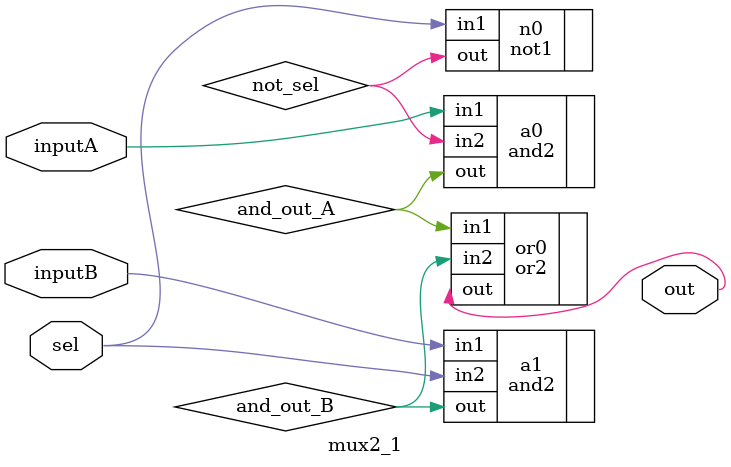
<source format=v>
/*
    CS/ECE 552 Spring '23
    Homework #1, Problem 1

    2-1 mux template
*/
`default_nettype none
module mux2_1(out, inputA, inputB, sel);
    output wire  out;
    input wire  inputA, inputB;
    input wire  sel;

    // YOUR CODE HERE
    wire not_sel, and_out_A, and_out_B;

    not1 n0 ( .out(not_sel), .in1(sel));

    and2 a0  ( .out(and_out_A), .in1(inputA), .in2(not_sel));
    and2 a1  ( .out(and_out_B), .in1(inputB), .in2(sel));
    // Y = (A*~sel) + (B*sel)
    or2  or0 ( .out(out), .in1(and_out_A), .in2(and_out_B));

endmodule
`default_nettype wire

</source>
